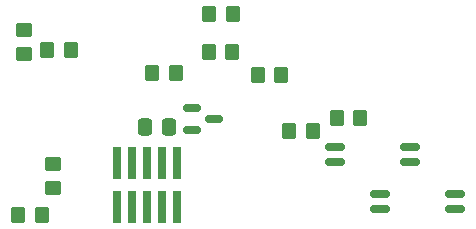
<source format=gbr>
%TF.GenerationSoftware,KiCad,Pcbnew,7.0.11+dfsg-1build4*%
%TF.CreationDate,2025-11-28T20:59:08+01:00*%
%TF.ProjectId,ParaMETEO-reset-adapter,50617261-4d45-4544-954f-2d7265736574,rev?*%
%TF.SameCoordinates,Original*%
%TF.FileFunction,Paste,Top*%
%TF.FilePolarity,Positive*%
%FSLAX46Y46*%
G04 Gerber Fmt 4.6, Leading zero omitted, Abs format (unit mm)*
G04 Created by KiCad (PCBNEW 7.0.11+dfsg-1build4) date 2025-11-28 20:59:08*
%MOMM*%
%LPD*%
G01*
G04 APERTURE LIST*
G04 Aperture macros list*
%AMRoundRect*
0 Rectangle with rounded corners*
0 $1 Rounding radius*
0 $2 $3 $4 $5 $6 $7 $8 $9 X,Y pos of 4 corners*
0 Add a 4 corners polygon primitive as box body*
4,1,4,$2,$3,$4,$5,$6,$7,$8,$9,$2,$3,0*
0 Add four circle primitives for the rounded corners*
1,1,$1+$1,$2,$3*
1,1,$1+$1,$4,$5*
1,1,$1+$1,$6,$7*
1,1,$1+$1,$8,$9*
0 Add four rect primitives between the rounded corners*
20,1,$1+$1,$2,$3,$4,$5,0*
20,1,$1+$1,$4,$5,$6,$7,0*
20,1,$1+$1,$6,$7,$8,$9,0*
20,1,$1+$1,$8,$9,$2,$3,0*%
G04 Aperture macros list end*
%ADD10RoundRect,0.250000X-0.350000X-0.450000X0.350000X-0.450000X0.350000X0.450000X-0.350000X0.450000X0*%
%ADD11RoundRect,0.250000X0.450000X-0.350000X0.450000X0.350000X-0.450000X0.350000X-0.450000X-0.350000X0*%
%ADD12RoundRect,0.250000X-0.450000X0.350000X-0.450000X-0.350000X0.450000X-0.350000X0.450000X0.350000X0*%
%ADD13RoundRect,0.150000X-0.662500X-0.150000X0.662500X-0.150000X0.662500X0.150000X-0.662500X0.150000X0*%
%ADD14R,0.760000X2.800000*%
%ADD15RoundRect,0.250000X0.337500X0.475000X-0.337500X0.475000X-0.337500X-0.475000X0.337500X-0.475000X0*%
%ADD16RoundRect,0.150000X-0.587500X-0.150000X0.587500X-0.150000X0.587500X0.150000X-0.587500X0.150000X0*%
G04 APERTURE END LIST*
D10*
%TO.C,R10*%
X154050000Y-57250000D03*
X156050000Y-57250000D03*
%TD*%
D11*
%TO.C,R9*%
X140850000Y-66750000D03*
X140850000Y-68750000D03*
%TD*%
D10*
%TO.C,R8*%
X154100000Y-54000000D03*
X156100000Y-54000000D03*
%TD*%
%TO.C,R7*%
X142400000Y-57050000D03*
X140400000Y-57050000D03*
%TD*%
D12*
%TO.C,R6*%
X138400000Y-55400000D03*
X138400000Y-57400000D03*
%TD*%
D10*
%TO.C,R4*%
X158200000Y-59150000D03*
X160200000Y-59150000D03*
%TD*%
%TO.C,R2*%
X164900000Y-62850000D03*
X166900000Y-62850000D03*
%TD*%
%TO.C,R3*%
X160850000Y-63950000D03*
X162850000Y-63950000D03*
%TD*%
D13*
%TO.C,U1*%
X164762500Y-65265000D03*
X164762500Y-66535000D03*
X171137500Y-66535000D03*
X171137500Y-65265000D03*
%TD*%
%TO.C,U2*%
X168562500Y-69215000D03*
X168562500Y-70485000D03*
X174937500Y-70485000D03*
X174937500Y-69215000D03*
%TD*%
D14*
%TO.C,X1*%
X151384000Y-66658000D03*
X151384000Y-70358000D03*
X150114000Y-66658000D03*
X150114000Y-70358000D03*
X148844000Y-66658000D03*
X148844000Y-70358000D03*
X147574000Y-66658000D03*
X147574000Y-70358000D03*
X146304000Y-66658000D03*
X146304000Y-70358000D03*
%TD*%
D10*
%TO.C,R5*%
X151250000Y-59050000D03*
X149250000Y-59050000D03*
%TD*%
D15*
%TO.C,C1*%
X150737500Y-63600000D03*
X148662500Y-63600000D03*
%TD*%
D10*
%TO.C,R1*%
X137950000Y-71000000D03*
X139950000Y-71000000D03*
%TD*%
D16*
%TO.C,U3*%
X154487500Y-62900000D03*
X152612500Y-63850000D03*
X152612500Y-61950000D03*
%TD*%
M02*

</source>
